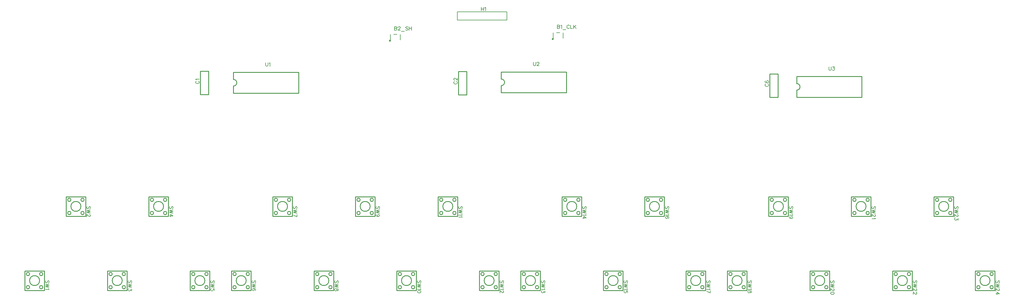
<source format=gto>
G04 Layer: TopSilkscreenLayer*
G04 EasyEDA v6.5.40, 2024-07-25 19:00:12*
G04 cb6e2e9fbd21486d88ae5690d2d3dc00,10*
G04 Gerber Generator version 0.2*
G04 Scale: 100 percent, Rotated: No, Reflected: No *
G04 Dimensions in millimeters *
G04 leading zeros omitted , absolute positions ,4 integer and 5 decimal *
%FSLAX45Y45*%
%MOMM*%

%ADD10C,0.1524*%
%ADD11C,0.2540*%
%ADD12C,0.2032*%
%ADD13C,0.2030*%
%ADD14C,0.3000*%
%ADD15C,0.0134*%

%LPD*%
D10*
X5739937Y4624532D02*
G01*
X5729546Y4619335D01*
X5719155Y4608944D01*
X5713961Y4598555D01*
X5713961Y4577773D01*
X5719155Y4567382D01*
X5729546Y4556991D01*
X5739937Y4551794D01*
X5755525Y4546600D01*
X5781502Y4546600D01*
X5797087Y4551794D01*
X5807478Y4556991D01*
X5817870Y4567382D01*
X5823064Y4577773D01*
X5823064Y4598555D01*
X5817870Y4608944D01*
X5807478Y4619335D01*
X5797087Y4624532D01*
X5734743Y4658822D02*
G01*
X5729546Y4669213D01*
X5713961Y4684798D01*
X5823064Y4684798D01*
X13673206Y4611832D02*
G01*
X13662814Y4606635D01*
X13652423Y4596244D01*
X13647229Y4585855D01*
X13647229Y4565073D01*
X13652423Y4554682D01*
X13662814Y4544291D01*
X13673206Y4539094D01*
X13688794Y4533900D01*
X13714770Y4533900D01*
X13730356Y4539094D01*
X13740747Y4544291D01*
X13751138Y4554682D01*
X13756332Y4565073D01*
X13756332Y4585855D01*
X13751138Y4596244D01*
X13740747Y4606635D01*
X13730356Y4611832D01*
X13673206Y4651316D02*
G01*
X13668011Y4651316D01*
X13657620Y4656513D01*
X13652423Y4661707D01*
X13647229Y4672098D01*
X13647229Y4692881D01*
X13652423Y4703272D01*
X13657620Y4708466D01*
X13668011Y4713663D01*
X13678402Y4713663D01*
X13688794Y4708466D01*
X13704379Y4698075D01*
X13756332Y4646122D01*
X13756332Y4718857D01*
X16827500Y6351015D02*
G01*
X16827500Y6242050D01*
X16827500Y6351015D02*
G01*
X16874236Y6351015D01*
X16889729Y6345936D01*
X16895063Y6340602D01*
X16900143Y6330187D01*
X16900143Y6319773D01*
X16895063Y6309360D01*
X16889729Y6304279D01*
X16874236Y6299200D01*
X16827500Y6299200D02*
G01*
X16874236Y6299200D01*
X16889729Y6293865D01*
X16895063Y6288786D01*
X16900143Y6278371D01*
X16900143Y6262623D01*
X16895063Y6252210D01*
X16889729Y6247129D01*
X16874236Y6242050D01*
X16827500Y6242050D01*
X16934434Y6330187D02*
G01*
X16944848Y6335521D01*
X16960595Y6351015D01*
X16960595Y6242050D01*
X16994886Y6205473D02*
G01*
X17088358Y6205473D01*
X17200625Y6325107D02*
G01*
X17195291Y6335521D01*
X17184877Y6345936D01*
X17174463Y6351015D01*
X17153890Y6351015D01*
X17143475Y6345936D01*
X17133061Y6335521D01*
X17127727Y6325107D01*
X17122648Y6309360D01*
X17122648Y6283452D01*
X17127727Y6267957D01*
X17133061Y6257544D01*
X17143475Y6247129D01*
X17153890Y6242050D01*
X17174463Y6242050D01*
X17184877Y6247129D01*
X17195291Y6257544D01*
X17200625Y6267957D01*
X17234916Y6351015D02*
G01*
X17234916Y6242050D01*
X17234916Y6242050D02*
G01*
X17297145Y6242050D01*
X17331436Y6351015D02*
G01*
X17331436Y6242050D01*
X17404079Y6351015D02*
G01*
X17331436Y6278371D01*
X17357343Y6304279D02*
G01*
X17404079Y6242050D01*
X11823700Y6300215D02*
G01*
X11823700Y6191250D01*
X11823700Y6300215D02*
G01*
X11870436Y6300215D01*
X11885929Y6295136D01*
X11891263Y6289802D01*
X11896343Y6279387D01*
X11896343Y6268973D01*
X11891263Y6258560D01*
X11885929Y6253479D01*
X11870436Y6248400D01*
X11823700Y6248400D02*
G01*
X11870436Y6248400D01*
X11885929Y6243065D01*
X11891263Y6237986D01*
X11896343Y6227571D01*
X11896343Y6211823D01*
X11891263Y6201410D01*
X11885929Y6196329D01*
X11870436Y6191250D01*
X11823700Y6191250D01*
X11935968Y6274307D02*
G01*
X11935968Y6279387D01*
X11941047Y6289802D01*
X11946381Y6295136D01*
X11956795Y6300215D01*
X11977370Y6300215D01*
X11987784Y6295136D01*
X11993118Y6289802D01*
X11998197Y6279387D01*
X11998197Y6268973D01*
X11993118Y6258560D01*
X11982704Y6243065D01*
X11930634Y6191250D01*
X12003531Y6191250D01*
X12037822Y6154673D02*
G01*
X12131293Y6154673D01*
X12238227Y6284721D02*
G01*
X12227813Y6295136D01*
X12212320Y6300215D01*
X12191491Y6300215D01*
X12175997Y6295136D01*
X12165584Y6284721D01*
X12165584Y6274307D01*
X12170663Y6263894D01*
X12175997Y6258560D01*
X12186411Y6253479D01*
X12217400Y6243065D01*
X12227813Y6237986D01*
X12233147Y6232652D01*
X12238227Y6222237D01*
X12238227Y6206744D01*
X12227813Y6196329D01*
X12212320Y6191250D01*
X12191491Y6191250D01*
X12175997Y6196329D01*
X12165584Y6206744D01*
X12272518Y6300215D02*
G01*
X12272518Y6191250D01*
X12345415Y6300215D02*
G01*
X12345415Y6191250D01*
X12272518Y6248400D02*
G01*
X12345415Y6248400D01*
X14490700Y6897115D02*
G01*
X14490700Y6788150D01*
X14563343Y6897115D02*
G01*
X14563343Y6788150D01*
X14490700Y6845300D02*
G01*
X14563343Y6845300D01*
X14597634Y6876287D02*
G01*
X14608047Y6881621D01*
X14623795Y6897115D01*
X14623795Y6788150D01*
X10082009Y-1596644D02*
G01*
X10092423Y-1586229D01*
X10097503Y-1570736D01*
X10097503Y-1549907D01*
X10092423Y-1534413D01*
X10082009Y-1524000D01*
X10071595Y-1524000D01*
X10061181Y-1529079D01*
X10055847Y-1534413D01*
X10050767Y-1544828D01*
X10040353Y-1576070D01*
X10035273Y-1586229D01*
X10029939Y-1591563D01*
X10019525Y-1596644D01*
X10004031Y-1596644D01*
X9993617Y-1586229D01*
X9988537Y-1570736D01*
X9988537Y-1549907D01*
X9993617Y-1534413D01*
X10004031Y-1524000D01*
X10097503Y-1630934D02*
G01*
X9988537Y-1657095D01*
X10097503Y-1683004D02*
G01*
X9988537Y-1657095D01*
X10097503Y-1683004D02*
G01*
X9988537Y-1708912D01*
X10097503Y-1734820D02*
G01*
X9988537Y-1708912D01*
X10097503Y-1795271D02*
G01*
X10092423Y-1779523D01*
X10082009Y-1774444D01*
X10071595Y-1774444D01*
X10061181Y-1779523D01*
X10055847Y-1789937D01*
X10050767Y-1810765D01*
X10045687Y-1826260D01*
X10035273Y-1836673D01*
X10024859Y-1842007D01*
X10009111Y-1842007D01*
X9998697Y-1836673D01*
X9993617Y-1831594D01*
X9988537Y-1816100D01*
X9988537Y-1795271D01*
X9993617Y-1779523D01*
X9998697Y-1774444D01*
X10009111Y-1769110D01*
X10024859Y-1769110D01*
X10035273Y-1774444D01*
X10045687Y-1784857D01*
X10050767Y-1800352D01*
X10055847Y-1821179D01*
X10061181Y-1831594D01*
X10071595Y-1836673D01*
X10082009Y-1836673D01*
X10092423Y-1831594D01*
X10097503Y-1816100D01*
X10097503Y-1795271D01*
X11352009Y689355D02*
G01*
X11362423Y699770D01*
X11367503Y715263D01*
X11367503Y736092D01*
X11362423Y751586D01*
X11352009Y762000D01*
X11341595Y762000D01*
X11331181Y756920D01*
X11325847Y751586D01*
X11320767Y741171D01*
X11310353Y709929D01*
X11305273Y699770D01*
X11299939Y694436D01*
X11289525Y689355D01*
X11274031Y689355D01*
X11263617Y699770D01*
X11258537Y715263D01*
X11258537Y736092D01*
X11263617Y751586D01*
X11274031Y762000D01*
X11367503Y655065D02*
G01*
X11258537Y628904D01*
X11367503Y602995D02*
G01*
X11258537Y628904D01*
X11367503Y602995D02*
G01*
X11258537Y577087D01*
X11367503Y551179D02*
G01*
X11258537Y577087D01*
X11331181Y449326D02*
G01*
X11315687Y454405D01*
X11305273Y464820D01*
X11299939Y480313D01*
X11299939Y485647D01*
X11305273Y501142D01*
X11315687Y511555D01*
X11331181Y516889D01*
X11336261Y516889D01*
X11352009Y511555D01*
X11362423Y501142D01*
X11367503Y485647D01*
X11367503Y480313D01*
X11362423Y464820D01*
X11352009Y454405D01*
X11331181Y449326D01*
X11305273Y449326D01*
X11279111Y454405D01*
X11263617Y464820D01*
X11258537Y480313D01*
X11258537Y490728D01*
X11263617Y506476D01*
X11274031Y511555D01*
X12622009Y-1596644D02*
G01*
X12632423Y-1586229D01*
X12637503Y-1570736D01*
X12637503Y-1549907D01*
X12632423Y-1534413D01*
X12622009Y-1524000D01*
X12611595Y-1524000D01*
X12601181Y-1529079D01*
X12595847Y-1534413D01*
X12590767Y-1544828D01*
X12580353Y-1576070D01*
X12575273Y-1586229D01*
X12569939Y-1591563D01*
X12559525Y-1596644D01*
X12544031Y-1596644D01*
X12533617Y-1586229D01*
X12528537Y-1570736D01*
X12528537Y-1549907D01*
X12533617Y-1534413D01*
X12544031Y-1524000D01*
X12637503Y-1630934D02*
G01*
X12528537Y-1657095D01*
X12637503Y-1683004D02*
G01*
X12528537Y-1657095D01*
X12637503Y-1683004D02*
G01*
X12528537Y-1708912D01*
X12637503Y-1734820D02*
G01*
X12528537Y-1708912D01*
X12616675Y-1769110D02*
G01*
X12622009Y-1779523D01*
X12637503Y-1795271D01*
X12528537Y-1795271D01*
X12637503Y-1860550D02*
G01*
X12632423Y-1845055D01*
X12616675Y-1834642D01*
X12590767Y-1829562D01*
X12575273Y-1829562D01*
X12549111Y-1834642D01*
X12533617Y-1845055D01*
X12528537Y-1860550D01*
X12528537Y-1870963D01*
X12533617Y-1886712D01*
X12549111Y-1897126D01*
X12575273Y-1902205D01*
X12590767Y-1902205D01*
X12616675Y-1897126D01*
X12632423Y-1886712D01*
X12637503Y-1870963D01*
X12637503Y-1860550D01*
X13892009Y689355D02*
G01*
X13902423Y699770D01*
X13907503Y715263D01*
X13907503Y736092D01*
X13902423Y751586D01*
X13892009Y762000D01*
X13881595Y762000D01*
X13871181Y756920D01*
X13865847Y751586D01*
X13860767Y741171D01*
X13850353Y709929D01*
X13845273Y699770D01*
X13839939Y694436D01*
X13829525Y689355D01*
X13814031Y689355D01*
X13803617Y699770D01*
X13798537Y715263D01*
X13798537Y736092D01*
X13803617Y751586D01*
X13814031Y762000D01*
X13907503Y655065D02*
G01*
X13798537Y628904D01*
X13907503Y602995D02*
G01*
X13798537Y628904D01*
X13907503Y602995D02*
G01*
X13798537Y577087D01*
X13907503Y551179D02*
G01*
X13798537Y577087D01*
X13886675Y516889D02*
G01*
X13892009Y506476D01*
X13907503Y490728D01*
X13798537Y490728D01*
X13886675Y456437D02*
G01*
X13892009Y446023D01*
X13907503Y430529D01*
X13798537Y430529D01*
X15162009Y-1596644D02*
G01*
X15172423Y-1586229D01*
X15177503Y-1570736D01*
X15177503Y-1549907D01*
X15172423Y-1534413D01*
X15162009Y-1524000D01*
X15151595Y-1524000D01*
X15141181Y-1529079D01*
X15135847Y-1534413D01*
X15130767Y-1544828D01*
X15120353Y-1576070D01*
X15115273Y-1586229D01*
X15109939Y-1591563D01*
X15099525Y-1596644D01*
X15084031Y-1596644D01*
X15073617Y-1586229D01*
X15068537Y-1570736D01*
X15068537Y-1549907D01*
X15073617Y-1534413D01*
X15084031Y-1524000D01*
X15177503Y-1630934D02*
G01*
X15068537Y-1657095D01*
X15177503Y-1683004D02*
G01*
X15068537Y-1657095D01*
X15177503Y-1683004D02*
G01*
X15068537Y-1708912D01*
X15177503Y-1734820D02*
G01*
X15068537Y-1708912D01*
X15156675Y-1769110D02*
G01*
X15162009Y-1779523D01*
X15177503Y-1795271D01*
X15068537Y-1795271D01*
X15151595Y-1834642D02*
G01*
X15156675Y-1834642D01*
X15167089Y-1839976D01*
X15172423Y-1845055D01*
X15177503Y-1855470D01*
X15177503Y-1876297D01*
X15172423Y-1886712D01*
X15167089Y-1891792D01*
X15156675Y-1897126D01*
X15146261Y-1897126D01*
X15135847Y-1891792D01*
X15120353Y-1881378D01*
X15068537Y-1829562D01*
X15068537Y-1902205D01*
X16432009Y-1596644D02*
G01*
X16442423Y-1586229D01*
X16447503Y-1570736D01*
X16447503Y-1549907D01*
X16442423Y-1534413D01*
X16432009Y-1524000D01*
X16421595Y-1524000D01*
X16411181Y-1529079D01*
X16405847Y-1534413D01*
X16400767Y-1544828D01*
X16390353Y-1576070D01*
X16385273Y-1586229D01*
X16379939Y-1591563D01*
X16369525Y-1596644D01*
X16354031Y-1596644D01*
X16343617Y-1586229D01*
X16338537Y-1570736D01*
X16338537Y-1549907D01*
X16343617Y-1534413D01*
X16354031Y-1524000D01*
X16447503Y-1630934D02*
G01*
X16338537Y-1657095D01*
X16447503Y-1683004D02*
G01*
X16338537Y-1657095D01*
X16447503Y-1683004D02*
G01*
X16338537Y-1708912D01*
X16447503Y-1734820D02*
G01*
X16338537Y-1708912D01*
X16426675Y-1769110D02*
G01*
X16432009Y-1779523D01*
X16447503Y-1795271D01*
X16338537Y-1795271D01*
X16447503Y-1839976D02*
G01*
X16447503Y-1897126D01*
X16405847Y-1865884D01*
X16405847Y-1881378D01*
X16400767Y-1891792D01*
X16395687Y-1897126D01*
X16379939Y-1902205D01*
X16369525Y-1902205D01*
X16354031Y-1897126D01*
X16343617Y-1886712D01*
X16338537Y-1870963D01*
X16338537Y-1855470D01*
X16343617Y-1839976D01*
X16348697Y-1834642D01*
X16359111Y-1829562D01*
X17702009Y689355D02*
G01*
X17712423Y699770D01*
X17717503Y715263D01*
X17717503Y736092D01*
X17712423Y751586D01*
X17702009Y762000D01*
X17691595Y762000D01*
X17681181Y756920D01*
X17675847Y751586D01*
X17670767Y741171D01*
X17660353Y709929D01*
X17655273Y699770D01*
X17649939Y694436D01*
X17639525Y689355D01*
X17624031Y689355D01*
X17613617Y699770D01*
X17608537Y715263D01*
X17608537Y736092D01*
X17613617Y751586D01*
X17624031Y762000D01*
X17717503Y655065D02*
G01*
X17608537Y628904D01*
X17717503Y602995D02*
G01*
X17608537Y628904D01*
X17717503Y602995D02*
G01*
X17608537Y577087D01*
X17717503Y551179D02*
G01*
X17608537Y577087D01*
X17696675Y516889D02*
G01*
X17702009Y506476D01*
X17717503Y490728D01*
X17608537Y490728D01*
X17717503Y404621D02*
G01*
X17644859Y456437D01*
X17644859Y378460D01*
X17717503Y404621D02*
G01*
X17608537Y404621D01*
X18972009Y-1596644D02*
G01*
X18982423Y-1586229D01*
X18987503Y-1570736D01*
X18987503Y-1549907D01*
X18982423Y-1534413D01*
X18972009Y-1524000D01*
X18961595Y-1524000D01*
X18951181Y-1529079D01*
X18945847Y-1534413D01*
X18940767Y-1544828D01*
X18930353Y-1576070D01*
X18925273Y-1586229D01*
X18919939Y-1591563D01*
X18909525Y-1596644D01*
X18894031Y-1596644D01*
X18883617Y-1586229D01*
X18878537Y-1570736D01*
X18878537Y-1549907D01*
X18883617Y-1534413D01*
X18894031Y-1524000D01*
X18987503Y-1630934D02*
G01*
X18878537Y-1657095D01*
X18987503Y-1683004D02*
G01*
X18878537Y-1657095D01*
X18987503Y-1683004D02*
G01*
X18878537Y-1708912D01*
X18987503Y-1734820D02*
G01*
X18878537Y-1708912D01*
X18966675Y-1769110D02*
G01*
X18972009Y-1779523D01*
X18987503Y-1795271D01*
X18878537Y-1795271D01*
X18987503Y-1891792D02*
G01*
X18987503Y-1839976D01*
X18940767Y-1834642D01*
X18945847Y-1839976D01*
X18951181Y-1855470D01*
X18951181Y-1870963D01*
X18945847Y-1886712D01*
X18935687Y-1897126D01*
X18919939Y-1902205D01*
X18909525Y-1902205D01*
X18894031Y-1897126D01*
X18883617Y-1886712D01*
X18878537Y-1870963D01*
X18878537Y-1855470D01*
X18883617Y-1839976D01*
X18888697Y-1834642D01*
X18899111Y-1829562D01*
X20242009Y689355D02*
G01*
X20252423Y699770D01*
X20257503Y715263D01*
X20257503Y736092D01*
X20252423Y751586D01*
X20242009Y762000D01*
X20231595Y762000D01*
X20221181Y756920D01*
X20215847Y751586D01*
X20210767Y741171D01*
X20200353Y709929D01*
X20195273Y699770D01*
X20189939Y694436D01*
X20179525Y689355D01*
X20164031Y689355D01*
X20153617Y699770D01*
X20148537Y715263D01*
X20148537Y736092D01*
X20153617Y751586D01*
X20164031Y762000D01*
X20257503Y655065D02*
G01*
X20148537Y628904D01*
X20257503Y602995D02*
G01*
X20148537Y628904D01*
X20257503Y602995D02*
G01*
X20148537Y577087D01*
X20257503Y551179D02*
G01*
X20148537Y577087D01*
X20236675Y516889D02*
G01*
X20242009Y506476D01*
X20257503Y490728D01*
X20148537Y490728D01*
X20242009Y394207D02*
G01*
X20252423Y399287D01*
X20257503Y415036D01*
X20257503Y425450D01*
X20252423Y440944D01*
X20236675Y451357D01*
X20210767Y456437D01*
X20184859Y456437D01*
X20164031Y451357D01*
X20153617Y440944D01*
X20148537Y425450D01*
X20148537Y420115D01*
X20153617Y404621D01*
X20164031Y394207D01*
X20179525Y388873D01*
X20184859Y388873D01*
X20200353Y394207D01*
X20210767Y404621D01*
X20215847Y420115D01*
X20215847Y425450D01*
X20210767Y440944D01*
X20200353Y451357D01*
X20184859Y456437D01*
X21512009Y-1596644D02*
G01*
X21522423Y-1586229D01*
X21527503Y-1570736D01*
X21527503Y-1549907D01*
X21522423Y-1534413D01*
X21512009Y-1524000D01*
X21501595Y-1524000D01*
X21491181Y-1529079D01*
X21485847Y-1534413D01*
X21480767Y-1544828D01*
X21470353Y-1576070D01*
X21465273Y-1586229D01*
X21459939Y-1591563D01*
X21449525Y-1596644D01*
X21434031Y-1596644D01*
X21423617Y-1586229D01*
X21418537Y-1570736D01*
X21418537Y-1549907D01*
X21423617Y-1534413D01*
X21434031Y-1524000D01*
X21527503Y-1630934D02*
G01*
X21418537Y-1657095D01*
X21527503Y-1683004D02*
G01*
X21418537Y-1657095D01*
X21527503Y-1683004D02*
G01*
X21418537Y-1708912D01*
X21527503Y-1734820D02*
G01*
X21418537Y-1708912D01*
X21506675Y-1769110D02*
G01*
X21512009Y-1779523D01*
X21527503Y-1795271D01*
X21418537Y-1795271D01*
X21527503Y-1902205D02*
G01*
X21418537Y-1850389D01*
X21527503Y-1829562D02*
G01*
X21527503Y-1902205D01*
X22782009Y-1596644D02*
G01*
X22792423Y-1586229D01*
X22797503Y-1570736D01*
X22797503Y-1549907D01*
X22792423Y-1534413D01*
X22782009Y-1524000D01*
X22771595Y-1524000D01*
X22761181Y-1529079D01*
X22755847Y-1534413D01*
X22750767Y-1544828D01*
X22740353Y-1576070D01*
X22735273Y-1586229D01*
X22729939Y-1591563D01*
X22719525Y-1596644D01*
X22704031Y-1596644D01*
X22693617Y-1586229D01*
X22688537Y-1570736D01*
X22688537Y-1549907D01*
X22693617Y-1534413D01*
X22704031Y-1524000D01*
X22797503Y-1630934D02*
G01*
X22688537Y-1657095D01*
X22797503Y-1683004D02*
G01*
X22688537Y-1657095D01*
X22797503Y-1683004D02*
G01*
X22688537Y-1708912D01*
X22797503Y-1734820D02*
G01*
X22688537Y-1708912D01*
X22776675Y-1769110D02*
G01*
X22782009Y-1779523D01*
X22797503Y-1795271D01*
X22688537Y-1795271D01*
X22797503Y-1855470D02*
G01*
X22792423Y-1839976D01*
X22782009Y-1834642D01*
X22771595Y-1834642D01*
X22761181Y-1839976D01*
X22755847Y-1850389D01*
X22750767Y-1870963D01*
X22745687Y-1886712D01*
X22735273Y-1897126D01*
X22724859Y-1902205D01*
X22709111Y-1902205D01*
X22698697Y-1897126D01*
X22693617Y-1891792D01*
X22688537Y-1876297D01*
X22688537Y-1855470D01*
X22693617Y-1839976D01*
X22698697Y-1834642D01*
X22709111Y-1829562D01*
X22724859Y-1829562D01*
X22735273Y-1834642D01*
X22745687Y-1845055D01*
X22750767Y-1860550D01*
X22755847Y-1881378D01*
X22761181Y-1891792D01*
X22771595Y-1897126D01*
X22782009Y-1897126D01*
X22792423Y-1891792D01*
X22797503Y-1876297D01*
X22797503Y-1855470D01*
X24052009Y689355D02*
G01*
X24062423Y699770D01*
X24067503Y715263D01*
X24067503Y736092D01*
X24062423Y751586D01*
X24052009Y762000D01*
X24041595Y762000D01*
X24031181Y756920D01*
X24025847Y751586D01*
X24020767Y741171D01*
X24010353Y709929D01*
X24005273Y699770D01*
X23999939Y694436D01*
X23989525Y689355D01*
X23974031Y689355D01*
X23963617Y699770D01*
X23958537Y715263D01*
X23958537Y736092D01*
X23963617Y751586D01*
X23974031Y762000D01*
X24067503Y655065D02*
G01*
X23958537Y628904D01*
X24067503Y602995D02*
G01*
X23958537Y628904D01*
X24067503Y602995D02*
G01*
X23958537Y577087D01*
X24067503Y551179D02*
G01*
X23958537Y577087D01*
X24046675Y516889D02*
G01*
X24052009Y506476D01*
X24067503Y490728D01*
X23958537Y490728D01*
X24031181Y388873D02*
G01*
X24015687Y394207D01*
X24005273Y404621D01*
X23999939Y420115D01*
X23999939Y425450D01*
X24005273Y440944D01*
X24015687Y451357D01*
X24031181Y456437D01*
X24036261Y456437D01*
X24052009Y451357D01*
X24062423Y440944D01*
X24067503Y425450D01*
X24067503Y420115D01*
X24062423Y404621D01*
X24052009Y394207D01*
X24031181Y388873D01*
X24005273Y388873D01*
X23979111Y394207D01*
X23963617Y404621D01*
X23958537Y420115D01*
X23958537Y430529D01*
X23963617Y446023D01*
X23974031Y451357D01*
X25322009Y-1596644D02*
G01*
X25332423Y-1586229D01*
X25337503Y-1570736D01*
X25337503Y-1549907D01*
X25332423Y-1534413D01*
X25322009Y-1524000D01*
X25311595Y-1524000D01*
X25301181Y-1529079D01*
X25295847Y-1534413D01*
X25290767Y-1544828D01*
X25280353Y-1576070D01*
X25275273Y-1586229D01*
X25269939Y-1591563D01*
X25259525Y-1596644D01*
X25244031Y-1596644D01*
X25233617Y-1586229D01*
X25228537Y-1570736D01*
X25228537Y-1549907D01*
X25233617Y-1534413D01*
X25244031Y-1524000D01*
X25337503Y-1630934D02*
G01*
X25228537Y-1657095D01*
X25337503Y-1683004D02*
G01*
X25228537Y-1657095D01*
X25337503Y-1683004D02*
G01*
X25228537Y-1708912D01*
X25337503Y-1734820D02*
G01*
X25228537Y-1708912D01*
X25311595Y-1774444D02*
G01*
X25316675Y-1774444D01*
X25327089Y-1779523D01*
X25332423Y-1784857D01*
X25337503Y-1795271D01*
X25337503Y-1816100D01*
X25332423Y-1826260D01*
X25327089Y-1831594D01*
X25316675Y-1836673D01*
X25306261Y-1836673D01*
X25295847Y-1831594D01*
X25280353Y-1821179D01*
X25228537Y-1769110D01*
X25228537Y-1842007D01*
X25337503Y-1907539D02*
G01*
X25332423Y-1891792D01*
X25316675Y-1881378D01*
X25290767Y-1876297D01*
X25275273Y-1876297D01*
X25249111Y-1881378D01*
X25233617Y-1891792D01*
X25228537Y-1907539D01*
X25228537Y-1917700D01*
X25233617Y-1933447D01*
X25249111Y-1943862D01*
X25275273Y-1948942D01*
X25290767Y-1948942D01*
X25316675Y-1943862D01*
X25332423Y-1933447D01*
X25337503Y-1917700D01*
X25337503Y-1907539D01*
X26592009Y689355D02*
G01*
X26602423Y699770D01*
X26607503Y715263D01*
X26607503Y736092D01*
X26602423Y751586D01*
X26592009Y762000D01*
X26581595Y762000D01*
X26571181Y756920D01*
X26565847Y751586D01*
X26560767Y741171D01*
X26550353Y709929D01*
X26545273Y699770D01*
X26539939Y694436D01*
X26529525Y689355D01*
X26514031Y689355D01*
X26503617Y699770D01*
X26498537Y715263D01*
X26498537Y736092D01*
X26503617Y751586D01*
X26514031Y762000D01*
X26607503Y655065D02*
G01*
X26498537Y628904D01*
X26607503Y602995D02*
G01*
X26498537Y628904D01*
X26607503Y602995D02*
G01*
X26498537Y577087D01*
X26607503Y551179D02*
G01*
X26498537Y577087D01*
X26581595Y511555D02*
G01*
X26586675Y511555D01*
X26597089Y506476D01*
X26602423Y501142D01*
X26607503Y490728D01*
X26607503Y469900D01*
X26602423Y459739D01*
X26597089Y454405D01*
X26586675Y449326D01*
X26576261Y449326D01*
X26565847Y454405D01*
X26550353Y464820D01*
X26498537Y516889D01*
X26498537Y443992D01*
X26586675Y409702D02*
G01*
X26592009Y399287D01*
X26607503Y383794D01*
X26498537Y383794D01*
X27862009Y-1596644D02*
G01*
X27872423Y-1586229D01*
X27877503Y-1570736D01*
X27877503Y-1549907D01*
X27872423Y-1534413D01*
X27862009Y-1524000D01*
X27851595Y-1524000D01*
X27841181Y-1529079D01*
X27835847Y-1534413D01*
X27830767Y-1544828D01*
X27820353Y-1576070D01*
X27815273Y-1586229D01*
X27809939Y-1591563D01*
X27799525Y-1596644D01*
X27784031Y-1596644D01*
X27773617Y-1586229D01*
X27768537Y-1570736D01*
X27768537Y-1549907D01*
X27773617Y-1534413D01*
X27784031Y-1524000D01*
X27877503Y-1630934D02*
G01*
X27768537Y-1657095D01*
X27877503Y-1683004D02*
G01*
X27768537Y-1657095D01*
X27877503Y-1683004D02*
G01*
X27768537Y-1708912D01*
X27877503Y-1734820D02*
G01*
X27768537Y-1708912D01*
X27851595Y-1774444D02*
G01*
X27856675Y-1774444D01*
X27867089Y-1779523D01*
X27872423Y-1784857D01*
X27877503Y-1795271D01*
X27877503Y-1816100D01*
X27872423Y-1826260D01*
X27867089Y-1831594D01*
X27856675Y-1836673D01*
X27846261Y-1836673D01*
X27835847Y-1831594D01*
X27820353Y-1821179D01*
X27768537Y-1769110D01*
X27768537Y-1842007D01*
X27851595Y-1881378D02*
G01*
X27856675Y-1881378D01*
X27867089Y-1886712D01*
X27872423Y-1891792D01*
X27877503Y-1902205D01*
X27877503Y-1923034D01*
X27872423Y-1933447D01*
X27867089Y-1938528D01*
X27856675Y-1943862D01*
X27846261Y-1943862D01*
X27835847Y-1938528D01*
X27820353Y-1928113D01*
X27768537Y-1876297D01*
X27768537Y-1948942D01*
X29132009Y689355D02*
G01*
X29142423Y699770D01*
X29147503Y715263D01*
X29147503Y736092D01*
X29142423Y751586D01*
X29132009Y762000D01*
X29121595Y762000D01*
X29111181Y756920D01*
X29105847Y751586D01*
X29100767Y741171D01*
X29090353Y709929D01*
X29085273Y699770D01*
X29079939Y694436D01*
X29069525Y689355D01*
X29054031Y689355D01*
X29043617Y699770D01*
X29038537Y715263D01*
X29038537Y736092D01*
X29043617Y751586D01*
X29054031Y762000D01*
X29147503Y655065D02*
G01*
X29038537Y628904D01*
X29147503Y602995D02*
G01*
X29038537Y628904D01*
X29147503Y602995D02*
G01*
X29038537Y577087D01*
X29147503Y551179D02*
G01*
X29038537Y577087D01*
X29121595Y511555D02*
G01*
X29126675Y511555D01*
X29137089Y506476D01*
X29142423Y501142D01*
X29147503Y490728D01*
X29147503Y469900D01*
X29142423Y459739D01*
X29137089Y454405D01*
X29126675Y449326D01*
X29116261Y449326D01*
X29105847Y454405D01*
X29090353Y464820D01*
X29038537Y516889D01*
X29038537Y443992D01*
X29147503Y399287D02*
G01*
X29147503Y342137D01*
X29105847Y373379D01*
X29105847Y357886D01*
X29100767Y347471D01*
X29095687Y342137D01*
X29079939Y337057D01*
X29069525Y337057D01*
X29054031Y342137D01*
X29043617Y352552D01*
X29038537Y368300D01*
X29038537Y383794D01*
X29043617Y399287D01*
X29048697Y404621D01*
X29059111Y409702D01*
X30402009Y-1596644D02*
G01*
X30412423Y-1586229D01*
X30417503Y-1570736D01*
X30417503Y-1549907D01*
X30412423Y-1534413D01*
X30402009Y-1524000D01*
X30391595Y-1524000D01*
X30381181Y-1529079D01*
X30375847Y-1534413D01*
X30370767Y-1544828D01*
X30360353Y-1576070D01*
X30355273Y-1586229D01*
X30349939Y-1591563D01*
X30339525Y-1596644D01*
X30324031Y-1596644D01*
X30313617Y-1586229D01*
X30308537Y-1570736D01*
X30308537Y-1549907D01*
X30313617Y-1534413D01*
X30324031Y-1524000D01*
X30417503Y-1630934D02*
G01*
X30308537Y-1657095D01*
X30417503Y-1683004D02*
G01*
X30308537Y-1657095D01*
X30417503Y-1683004D02*
G01*
X30308537Y-1708912D01*
X30417503Y-1734820D02*
G01*
X30308537Y-1708912D01*
X30391595Y-1774444D02*
G01*
X30396675Y-1774444D01*
X30407089Y-1779523D01*
X30412423Y-1784857D01*
X30417503Y-1795271D01*
X30417503Y-1816100D01*
X30412423Y-1826260D01*
X30407089Y-1831594D01*
X30396675Y-1836673D01*
X30386261Y-1836673D01*
X30375847Y-1831594D01*
X30360353Y-1821179D01*
X30308537Y-1769110D01*
X30308537Y-1842007D01*
X30417503Y-1928113D02*
G01*
X30344859Y-1876297D01*
X30344859Y-1954276D01*
X30417503Y-1928113D02*
G01*
X30308537Y-1928113D01*
X1192009Y-1596669D02*
G01*
X1202423Y-1586255D01*
X1207503Y-1570761D01*
X1207503Y-1549933D01*
X1202423Y-1534439D01*
X1192009Y-1524025D01*
X1181595Y-1524025D01*
X1171181Y-1529105D01*
X1165847Y-1534439D01*
X1160767Y-1544853D01*
X1150353Y-1575841D01*
X1145273Y-1586255D01*
X1139939Y-1591589D01*
X1129525Y-1596669D01*
X1114031Y-1596669D01*
X1103617Y-1586255D01*
X1098537Y-1570761D01*
X1098537Y-1549933D01*
X1103617Y-1534439D01*
X1114031Y-1524025D01*
X1207503Y-1630959D02*
G01*
X1098537Y-1657121D01*
X1207503Y-1683029D02*
G01*
X1098537Y-1657121D01*
X1207503Y-1683029D02*
G01*
X1098537Y-1708937D01*
X1207503Y-1734845D02*
G01*
X1098537Y-1708937D01*
X1186675Y-1769135D02*
G01*
X1192009Y-1779549D01*
X1207503Y-1795297D01*
X1098537Y-1795297D01*
X2462009Y689355D02*
G01*
X2472423Y699770D01*
X2477503Y715263D01*
X2477503Y736092D01*
X2472423Y751586D01*
X2462009Y762000D01*
X2451595Y762000D01*
X2441181Y756920D01*
X2435847Y751586D01*
X2430767Y741171D01*
X2420353Y709929D01*
X2415273Y699770D01*
X2409939Y694436D01*
X2399525Y689355D01*
X2384031Y689355D01*
X2373617Y699770D01*
X2368283Y715263D01*
X2368283Y736092D01*
X2373617Y751586D01*
X2384031Y762000D01*
X2477503Y655065D02*
G01*
X2368283Y628904D01*
X2477503Y602995D02*
G01*
X2368283Y628904D01*
X2477503Y602995D02*
G01*
X2368283Y577087D01*
X2477503Y551179D02*
G01*
X2368283Y577087D01*
X2451595Y511555D02*
G01*
X2456675Y511555D01*
X2467089Y506476D01*
X2472423Y501142D01*
X2477503Y490728D01*
X2477503Y469900D01*
X2472423Y459739D01*
X2467089Y454405D01*
X2456675Y449326D01*
X2446261Y449326D01*
X2435847Y454405D01*
X2420353Y464820D01*
X2368283Y516889D01*
X2368283Y443992D01*
X3732009Y-1596644D02*
G01*
X3742423Y-1586229D01*
X3747503Y-1570736D01*
X3747503Y-1549907D01*
X3742423Y-1534413D01*
X3732009Y-1524000D01*
X3721595Y-1524000D01*
X3711181Y-1529079D01*
X3705847Y-1534413D01*
X3700767Y-1544828D01*
X3690353Y-1576070D01*
X3685273Y-1586229D01*
X3679939Y-1591563D01*
X3669525Y-1596644D01*
X3654031Y-1596644D01*
X3643617Y-1586229D01*
X3638283Y-1570736D01*
X3638283Y-1549907D01*
X3643617Y-1534413D01*
X3654031Y-1524000D01*
X3747503Y-1630934D02*
G01*
X3638283Y-1657095D01*
X3747503Y-1683004D02*
G01*
X3638283Y-1657095D01*
X3747503Y-1683004D02*
G01*
X3638283Y-1708912D01*
X3747503Y-1734820D02*
G01*
X3638283Y-1708912D01*
X3747503Y-1779523D02*
G01*
X3747503Y-1836673D01*
X3705847Y-1805686D01*
X3705847Y-1821179D01*
X3700767Y-1831594D01*
X3695433Y-1836673D01*
X3679939Y-1842007D01*
X3669525Y-1842007D01*
X3654031Y-1836673D01*
X3643617Y-1826260D01*
X3638283Y-1810765D01*
X3638283Y-1795271D01*
X3643617Y-1779523D01*
X3648697Y-1774444D01*
X3659111Y-1769110D01*
X5002009Y689355D02*
G01*
X5012423Y699770D01*
X5017503Y715263D01*
X5017503Y736092D01*
X5012423Y751586D01*
X5002009Y762000D01*
X4991595Y762000D01*
X4981181Y756920D01*
X4975847Y751586D01*
X4970767Y741171D01*
X4960353Y709929D01*
X4955273Y699770D01*
X4949939Y694436D01*
X4939525Y689355D01*
X4924031Y689355D01*
X4913617Y699770D01*
X4908283Y715263D01*
X4908283Y736092D01*
X4913617Y751586D01*
X4924031Y762000D01*
X5017503Y655065D02*
G01*
X4908283Y628904D01*
X5017503Y602995D02*
G01*
X4908283Y628904D01*
X5017503Y602995D02*
G01*
X4908283Y577087D01*
X5017503Y551179D02*
G01*
X4908283Y577087D01*
X5017503Y464820D02*
G01*
X4944859Y516889D01*
X4944859Y438912D01*
X5017503Y464820D02*
G01*
X4908283Y464820D01*
X6272009Y-1596644D02*
G01*
X6282423Y-1586229D01*
X6287503Y-1570736D01*
X6287503Y-1549907D01*
X6282423Y-1534413D01*
X6272009Y-1524000D01*
X6261595Y-1524000D01*
X6251181Y-1529079D01*
X6245847Y-1534413D01*
X6240767Y-1544828D01*
X6230353Y-1576070D01*
X6225273Y-1586229D01*
X6219939Y-1591563D01*
X6209525Y-1596644D01*
X6194031Y-1596644D01*
X6183617Y-1586229D01*
X6178283Y-1570736D01*
X6178283Y-1549907D01*
X6183617Y-1534413D01*
X6194031Y-1524000D01*
X6287503Y-1630934D02*
G01*
X6178283Y-1657095D01*
X6287503Y-1683004D02*
G01*
X6178283Y-1657095D01*
X6287503Y-1683004D02*
G01*
X6178283Y-1708912D01*
X6287503Y-1734820D02*
G01*
X6178283Y-1708912D01*
X6287503Y-1831594D02*
G01*
X6287503Y-1779523D01*
X6240767Y-1774444D01*
X6245847Y-1779523D01*
X6251181Y-1795271D01*
X6251181Y-1810765D01*
X6245847Y-1826260D01*
X6235433Y-1836673D01*
X6219939Y-1842007D01*
X6209525Y-1842007D01*
X6194031Y-1836673D01*
X6183617Y-1826260D01*
X6178283Y-1810765D01*
X6178283Y-1795271D01*
X6183617Y-1779523D01*
X6188697Y-1774444D01*
X6199111Y-1769110D01*
X7542009Y-1596644D02*
G01*
X7552423Y-1586229D01*
X7557503Y-1570736D01*
X7557503Y-1549907D01*
X7552423Y-1534413D01*
X7542009Y-1524000D01*
X7531595Y-1524000D01*
X7521181Y-1529079D01*
X7515847Y-1534413D01*
X7510767Y-1544828D01*
X7500353Y-1576070D01*
X7495273Y-1586229D01*
X7489939Y-1591563D01*
X7479525Y-1596644D01*
X7464031Y-1596644D01*
X7453617Y-1586229D01*
X7448283Y-1570736D01*
X7448283Y-1549907D01*
X7453617Y-1534413D01*
X7464031Y-1524000D01*
X7557503Y-1630934D02*
G01*
X7448283Y-1657095D01*
X7557503Y-1683004D02*
G01*
X7448283Y-1657095D01*
X7557503Y-1683004D02*
G01*
X7448283Y-1708912D01*
X7557503Y-1734820D02*
G01*
X7448283Y-1708912D01*
X7542009Y-1831594D02*
G01*
X7552423Y-1826260D01*
X7557503Y-1810765D01*
X7557503Y-1800352D01*
X7552423Y-1784857D01*
X7536675Y-1774444D01*
X7510767Y-1769110D01*
X7484859Y-1769110D01*
X7464031Y-1774444D01*
X7453617Y-1784857D01*
X7448283Y-1800352D01*
X7448283Y-1805686D01*
X7453617Y-1821179D01*
X7464031Y-1831594D01*
X7479525Y-1836673D01*
X7484859Y-1836673D01*
X7500353Y-1831594D01*
X7510767Y-1821179D01*
X7515847Y-1805686D01*
X7515847Y-1800352D01*
X7510767Y-1784857D01*
X7500353Y-1774444D01*
X7484859Y-1769110D01*
X8812009Y689355D02*
G01*
X8822423Y699770D01*
X8827503Y715263D01*
X8827503Y736092D01*
X8822423Y751586D01*
X8812009Y762000D01*
X8801595Y762000D01*
X8791181Y756920D01*
X8785847Y751586D01*
X8780767Y741171D01*
X8770353Y709929D01*
X8765273Y699770D01*
X8759939Y694436D01*
X8749525Y689355D01*
X8734031Y689355D01*
X8723617Y699770D01*
X8718283Y715263D01*
X8718283Y736092D01*
X8723617Y751586D01*
X8734031Y762000D01*
X8827503Y655065D02*
G01*
X8718283Y628904D01*
X8827503Y602995D02*
G01*
X8718283Y628904D01*
X8827503Y602995D02*
G01*
X8718283Y577087D01*
X8827503Y551179D02*
G01*
X8718283Y577087D01*
X8827503Y443992D02*
G01*
X8718283Y496062D01*
X8827503Y516889D02*
G01*
X8827503Y443992D01*
X23240491Y4535678D02*
G01*
X23230077Y4530344D01*
X23219663Y4519929D01*
X23214584Y4509770D01*
X23214584Y4488942D01*
X23219663Y4478528D01*
X23230077Y4468113D01*
X23240491Y4462779D01*
X23256240Y4457700D01*
X23282148Y4457700D01*
X23297641Y4462779D01*
X23308056Y4468113D01*
X23318470Y4478528D01*
X23323550Y4488942D01*
X23323550Y4509770D01*
X23318470Y4519929D01*
X23308056Y4530344D01*
X23297641Y4535678D01*
X23230077Y4632197D02*
G01*
X23219663Y4627118D01*
X23214584Y4611370D01*
X23214584Y4601210D01*
X23219663Y4585462D01*
X23235411Y4575047D01*
X23261320Y4569968D01*
X23287227Y4569968D01*
X23308056Y4575047D01*
X23318470Y4585462D01*
X23323550Y4601210D01*
X23323550Y4606289D01*
X23318470Y4621784D01*
X23308056Y4632197D01*
X23292561Y4637531D01*
X23287227Y4637531D01*
X23271734Y4632197D01*
X23261320Y4621784D01*
X23256240Y4606289D01*
X23256240Y4601210D01*
X23261320Y4585462D01*
X23271734Y4575047D01*
X23287227Y4569968D01*
X7862163Y5191937D02*
G01*
X7862163Y5113959D01*
X7867243Y5098465D01*
X7877657Y5088051D01*
X7893405Y5082971D01*
X7903819Y5082971D01*
X7919313Y5088051D01*
X7929727Y5098465D01*
X7934807Y5113959D01*
X7934807Y5191937D01*
X7969097Y5171109D02*
G01*
X7979511Y5176443D01*
X7995259Y5191937D01*
X7995259Y5082971D01*
X16091763Y5204637D02*
G01*
X16091763Y5126659D01*
X16096843Y5111165D01*
X16107257Y5100751D01*
X16123005Y5095671D01*
X16133419Y5095671D01*
X16148913Y5100751D01*
X16159327Y5111165D01*
X16164407Y5126659D01*
X16164407Y5204637D01*
X16204031Y5178729D02*
G01*
X16204031Y5183809D01*
X16209111Y5194223D01*
X16214445Y5199557D01*
X16224859Y5204637D01*
X16245433Y5204637D01*
X16255847Y5199557D01*
X16261181Y5194223D01*
X16266261Y5183809D01*
X16266261Y5173395D01*
X16261181Y5162981D01*
X16250767Y5147487D01*
X16198697Y5095671D01*
X16271595Y5095671D01*
X25172263Y5064937D02*
G01*
X25172263Y4986959D01*
X25177343Y4971465D01*
X25187757Y4961051D01*
X25203505Y4955971D01*
X25213919Y4955971D01*
X25229413Y4961051D01*
X25239827Y4971465D01*
X25244907Y4986959D01*
X25244907Y5064937D01*
X25289611Y5064937D02*
G01*
X25346761Y5064937D01*
X25315773Y5023281D01*
X25331267Y5023281D01*
X25341681Y5018201D01*
X25346761Y5013121D01*
X25352095Y4997373D01*
X25352095Y4986959D01*
X25346761Y4971465D01*
X25336347Y4961051D01*
X25320853Y4955971D01*
X25305359Y4955971D01*
X25289611Y4961051D01*
X25284531Y4966131D01*
X25279197Y4976545D01*
D11*
X5856706Y4212005D02*
G01*
X6106693Y4212005D01*
X5856706Y4212005D02*
G01*
X5856706Y4931994D01*
X6106693Y4931994D02*
G01*
X5856706Y4931994D01*
X6106693Y4931994D02*
G01*
X6106693Y4212005D01*
X13789974Y4199305D02*
G01*
X14039961Y4199305D01*
X13789974Y4199305D02*
G01*
X13789974Y4919294D01*
X14039961Y4919294D02*
G01*
X13789974Y4919294D01*
X14039961Y4919294D02*
G01*
X14039961Y4199305D01*
D10*
X16700279Y5947379D02*
G01*
X16700279Y6117620D01*
X17005520Y5947379D02*
G01*
X17005520Y6117620D01*
X16900540Y6117620D02*
G01*
X16805259Y6117620D01*
X11696479Y5896579D02*
G01*
X11696479Y6066820D01*
X12001720Y5896579D02*
G01*
X12001720Y6066820D01*
X11896740Y6066820D02*
G01*
X11801459Y6066820D01*
D12*
X13944600Y6756400D02*
G01*
X13754100Y6756400D01*
X13754100Y6502400D01*
X15278100Y6502400D01*
X15278100Y6756400D01*
D13*
X15278100Y6756400D02*
G01*
X13944600Y6756400D01*
D11*
X9951986Y-1224000D02*
G01*
X9951986Y-1823999D01*
X9351987Y-1823999D01*
X9351987Y-1224000D01*
X9951986Y-1224000D01*
X11221986Y1061999D02*
G01*
X11221986Y462000D01*
X10621987Y462000D01*
X10621987Y1061999D01*
X11221986Y1061999D01*
X12491986Y-1224000D02*
G01*
X12491986Y-1823999D01*
X11891987Y-1823999D01*
X11891987Y-1224000D01*
X12491986Y-1224000D01*
X13761986Y1061999D02*
G01*
X13761986Y462000D01*
X13161987Y462000D01*
X13161987Y1061999D01*
X13761986Y1061999D01*
X15031986Y-1224000D02*
G01*
X15031986Y-1823999D01*
X14431987Y-1823999D01*
X14431987Y-1224000D01*
X15031986Y-1224000D01*
X16301986Y-1224000D02*
G01*
X16301986Y-1823999D01*
X15701987Y-1823999D01*
X15701987Y-1224000D01*
X16301986Y-1224000D01*
X17571986Y1061999D02*
G01*
X17571986Y462000D01*
X16971987Y462000D01*
X16971987Y1061999D01*
X17571986Y1061999D01*
X18841986Y-1224000D02*
G01*
X18841986Y-1823999D01*
X18241987Y-1823999D01*
X18241987Y-1224000D01*
X18841986Y-1224000D01*
X20111986Y1061999D02*
G01*
X20111986Y462000D01*
X19511987Y462000D01*
X19511987Y1061999D01*
X20111986Y1061999D01*
X21381986Y-1224000D02*
G01*
X21381986Y-1823999D01*
X20781987Y-1823999D01*
X20781987Y-1224000D01*
X21381986Y-1224000D01*
X22651986Y-1224000D02*
G01*
X22651986Y-1823999D01*
X22051987Y-1823999D01*
X22051987Y-1224000D01*
X22651986Y-1224000D01*
X23921986Y1061999D02*
G01*
X23921986Y462000D01*
X23321987Y462000D01*
X23321987Y1061999D01*
X23921986Y1061999D01*
X25191986Y-1224000D02*
G01*
X25191986Y-1823999D01*
X24591987Y-1823999D01*
X24591987Y-1224000D01*
X25191986Y-1224000D01*
X26461986Y1061999D02*
G01*
X26461986Y462000D01*
X25861987Y462000D01*
X25861987Y1061999D01*
X26461986Y1061999D01*
X27731986Y-1224000D02*
G01*
X27731986Y-1823999D01*
X27131987Y-1823999D01*
X27131987Y-1224000D01*
X27731986Y-1224000D01*
X29001986Y1061999D02*
G01*
X29001986Y462000D01*
X28401987Y462000D01*
X28401987Y1061999D01*
X29001986Y1061999D01*
X30271986Y-1224000D02*
G01*
X30271986Y-1823999D01*
X29671987Y-1823999D01*
X29671987Y-1224000D01*
X30271986Y-1224000D01*
X1061986Y-1224000D02*
G01*
X1061986Y-1823999D01*
X461987Y-1823999D01*
X461987Y-1224000D01*
X1061986Y-1224000D01*
X2331986Y1061999D02*
G01*
X2331986Y462000D01*
X1731987Y462000D01*
X1731987Y1061999D01*
X2331986Y1061999D01*
X3601986Y-1224000D02*
G01*
X3601986Y-1823999D01*
X3001987Y-1823999D01*
X3001987Y-1224000D01*
X3601986Y-1224000D01*
X4871986Y1061999D02*
G01*
X4871986Y462000D01*
X4271987Y462000D01*
X4271987Y1061999D01*
X4871986Y1061999D01*
X6141986Y-1224000D02*
G01*
X6141986Y-1823999D01*
X5541987Y-1823999D01*
X5541987Y-1224000D01*
X6141986Y-1224000D01*
X7411986Y-1224000D02*
G01*
X7411986Y-1823999D01*
X6811987Y-1823999D01*
X6811987Y-1224000D01*
X7411986Y-1224000D01*
X8681986Y1061999D02*
G01*
X8681986Y462000D01*
X8081987Y462000D01*
X8081987Y1061999D01*
X8681986Y1061999D01*
X23357306Y4123105D02*
G01*
X23607293Y4123105D01*
X23357306Y4123105D02*
G01*
X23357306Y4843094D01*
X23607293Y4843094D02*
G01*
X23357306Y4843094D01*
X23607293Y4843094D02*
G01*
X23607293Y4123105D01*
X6873994Y4671821D02*
G01*
X6873994Y4891811D01*
X6873994Y4252013D02*
G01*
X6873994Y4472002D01*
X8873987Y4891989D02*
G01*
X6873994Y4891989D01*
X8873987Y4252013D02*
G01*
X6873994Y4252013D01*
X8873987Y4252013D02*
G01*
X8873987Y4891989D01*
X15103594Y4684521D02*
G01*
X15103594Y4904511D01*
X15103594Y4264713D02*
G01*
X15103594Y4484702D01*
X17103587Y4904689D02*
G01*
X15103594Y4904689D01*
X17103587Y4264713D02*
G01*
X15103594Y4264713D01*
X17103587Y4264713D02*
G01*
X17103587Y4904689D01*
X24184094Y4544821D02*
G01*
X24184094Y4764811D01*
X24184094Y4125013D02*
G01*
X24184094Y4345002D01*
X26184087Y4764989D02*
G01*
X24184094Y4764989D01*
X26184087Y4125013D02*
G01*
X24184094Y4125013D01*
X26184087Y4125013D02*
G01*
X26184087Y4764989D01*
G75*
G01*
X6873994Y4672000D02*
G02*
X6878996Y4472003I2501J-99999D01*
G75*
G01*
X15103594Y4684700D02*
G02*
X15108596Y4484703I2501J-99999D01*
G75*
G01*
X24184094Y4545000D02*
G02*
X24189096Y4345003I2501J-99999D01*
D14*
G75*
G01
X16702811Y5918200D02*
G03X16702811Y5918200I-15011J0D01*
G75*
G01
X11699011Y5867400D02*
G03X11699011Y5867400I-15011J0D01*
D11*
G75*
G01
X9804933Y-1524000D02*
G03X9804933Y-1524000I-152933J0D01*
G75*
G01
X9499600Y-1727200D02*
G03X9499600Y-1727200I-50800J0D01*
G75*
G01
X9499600Y-1320800D02*
G03X9499600Y-1320800I-50800J0D01*
G75*
G01
X9906000Y-1727200D02*
G03X9906000Y-1727200I-50800J0D01*
G75*
G01
X9905848Y-1321003D02*
G03X9905848Y-1321003I-50800J0D01*
G75*
G01
X11074933Y762000D02*
G03X11074933Y762000I-152933J0D01*
G75*
G01
X10769600Y558800D02*
G03X10769600Y558800I-50800J0D01*
G75*
G01
X10769600Y965200D02*
G03X10769600Y965200I-50800J0D01*
G75*
G01
X11176000Y558800D02*
G03X11176000Y558800I-50800J0D01*
G75*
G01
X11175848Y964997D02*
G03X11175848Y964997I-50800J0D01*
G75*
G01
X12344933Y-1524000D02*
G03X12344933Y-1524000I-152933J0D01*
G75*
G01
X12039600Y-1727200D02*
G03X12039600Y-1727200I-50800J0D01*
G75*
G01
X12039600Y-1320800D02*
G03X12039600Y-1320800I-50800J0D01*
G75*
G01
X12446000Y-1727200D02*
G03X12446000Y-1727200I-50800J0D01*
G75*
G01
X12445848Y-1321003D02*
G03X12445848Y-1321003I-50800J0D01*
G75*
G01
X13614933Y762000D02*
G03X13614933Y762000I-152933J0D01*
G75*
G01
X13309600Y558800D02*
G03X13309600Y558800I-50800J0D01*
G75*
G01
X13309600Y965200D02*
G03X13309600Y965200I-50800J0D01*
G75*
G01
X13716000Y558800D02*
G03X13716000Y558800I-50800J0D01*
G75*
G01
X13715848Y964997D02*
G03X13715848Y964997I-50800J0D01*
G75*
G01
X14884933Y-1524000D02*
G03X14884933Y-1524000I-152933J0D01*
G75*
G01
X14579600Y-1727200D02*
G03X14579600Y-1727200I-50800J0D01*
G75*
G01
X14579600Y-1320800D02*
G03X14579600Y-1320800I-50800J0D01*
G75*
G01
X14986000Y-1727200D02*
G03X14986000Y-1727200I-50800J0D01*
G75*
G01
X14985848Y-1321003D02*
G03X14985848Y-1321003I-50800J0D01*
G75*
G01
X16154933Y-1524000D02*
G03X16154933Y-1524000I-152933J0D01*
G75*
G01
X15849600Y-1727200D02*
G03X15849600Y-1727200I-50800J0D01*
G75*
G01
X15849600Y-1320800D02*
G03X15849600Y-1320800I-50800J0D01*
G75*
G01
X16256000Y-1727200D02*
G03X16256000Y-1727200I-50800J0D01*
G75*
G01
X16255848Y-1321003D02*
G03X16255848Y-1321003I-50800J0D01*
G75*
G01
X17424933Y762000D02*
G03X17424933Y762000I-152933J0D01*
G75*
G01
X17119600Y558800D02*
G03X17119600Y558800I-50800J0D01*
G75*
G01
X17119600Y965200D02*
G03X17119600Y965200I-50800J0D01*
G75*
G01
X17526000Y558800D02*
G03X17526000Y558800I-50800J0D01*
G75*
G01
X17525848Y964997D02*
G03X17525848Y964997I-50800J0D01*
G75*
G01
X18694933Y-1524000D02*
G03X18694933Y-1524000I-152933J0D01*
G75*
G01
X18389600Y-1727200D02*
G03X18389600Y-1727200I-50800J0D01*
G75*
G01
X18389600Y-1320800D02*
G03X18389600Y-1320800I-50800J0D01*
G75*
G01
X18796000Y-1727200D02*
G03X18796000Y-1727200I-50800J0D01*
G75*
G01
X18795848Y-1321003D02*
G03X18795848Y-1321003I-50800J0D01*
G75*
G01
X19964933Y762000D02*
G03X19964933Y762000I-152933J0D01*
G75*
G01
X19659600Y558800D02*
G03X19659600Y558800I-50800J0D01*
G75*
G01
X19659600Y965200D02*
G03X19659600Y965200I-50800J0D01*
G75*
G01
X20066000Y558800D02*
G03X20066000Y558800I-50800J0D01*
G75*
G01
X20065848Y964997D02*
G03X20065848Y964997I-50800J0D01*
G75*
G01
X21234933Y-1524000D02*
G03X21234933Y-1524000I-152933J0D01*
G75*
G01
X20929600Y-1727200D02*
G03X20929600Y-1727200I-50800J0D01*
G75*
G01
X20929600Y-1320800D02*
G03X20929600Y-1320800I-50800J0D01*
G75*
G01
X21336000Y-1727200D02*
G03X21336000Y-1727200I-50800J0D01*
G75*
G01
X21335848Y-1321003D02*
G03X21335848Y-1321003I-50800J0D01*
G75*
G01
X22504933Y-1524000D02*
G03X22504933Y-1524000I-152933J0D01*
G75*
G01
X22199600Y-1727200D02*
G03X22199600Y-1727200I-50800J0D01*
G75*
G01
X22199600Y-1320800D02*
G03X22199600Y-1320800I-50800J0D01*
G75*
G01
X22606000Y-1727200D02*
G03X22606000Y-1727200I-50800J0D01*
G75*
G01
X22605848Y-1321003D02*
G03X22605848Y-1321003I-50800J0D01*
G75*
G01
X23774933Y762000D02*
G03X23774933Y762000I-152933J0D01*
G75*
G01
X23469600Y558800D02*
G03X23469600Y558800I-50800J0D01*
G75*
G01
X23469600Y965200D02*
G03X23469600Y965200I-50800J0D01*
G75*
G01
X23876000Y558800D02*
G03X23876000Y558800I-50800J0D01*
G75*
G01
X23875848Y964997D02*
G03X23875848Y964997I-50800J0D01*
G75*
G01
X25044933Y-1524000D02*
G03X25044933Y-1524000I-152933J0D01*
G75*
G01
X24739600Y-1727200D02*
G03X24739600Y-1727200I-50800J0D01*
G75*
G01
X24739600Y-1320800D02*
G03X24739600Y-1320800I-50800J0D01*
G75*
G01
X25146000Y-1727200D02*
G03X25146000Y-1727200I-50800J0D01*
G75*
G01
X25145848Y-1321003D02*
G03X25145848Y-1321003I-50800J0D01*
G75*
G01
X26314933Y762000D02*
G03X26314933Y762000I-152933J0D01*
G75*
G01
X26009600Y558800D02*
G03X26009600Y558800I-50800J0D01*
G75*
G01
X26009600Y965200D02*
G03X26009600Y965200I-50800J0D01*
G75*
G01
X26416000Y558800D02*
G03X26416000Y558800I-50800J0D01*
G75*
G01
X26415848Y964997D02*
G03X26415848Y964997I-50800J0D01*
G75*
G01
X27584933Y-1524000D02*
G03X27584933Y-1524000I-152933J0D01*
G75*
G01
X27279600Y-1727200D02*
G03X27279600Y-1727200I-50800J0D01*
G75*
G01
X27279600Y-1320800D02*
G03X27279600Y-1320800I-50800J0D01*
G75*
G01
X27686000Y-1727200D02*
G03X27686000Y-1727200I-50800J0D01*
G75*
G01
X27685848Y-1321003D02*
G03X27685848Y-1321003I-50800J0D01*
G75*
G01
X28854933Y762000D02*
G03X28854933Y762000I-152933J0D01*
G75*
G01
X28549600Y558800D02*
G03X28549600Y558800I-50800J0D01*
G75*
G01
X28549600Y965200D02*
G03X28549600Y965200I-50800J0D01*
G75*
G01
X28956000Y558800D02*
G03X28956000Y558800I-50800J0D01*
G75*
G01
X28955848Y964997D02*
G03X28955848Y964997I-50800J0D01*
G75*
G01
X30124933Y-1524000D02*
G03X30124933Y-1524000I-152933J0D01*
G75*
G01
X29819600Y-1727200D02*
G03X29819600Y-1727200I-50800J0D01*
G75*
G01
X29819600Y-1320800D02*
G03X29819600Y-1320800I-50800J0D01*
G75*
G01
X30226000Y-1727200D02*
G03X30226000Y-1727200I-50800J0D01*
G75*
G01
X30225848Y-1321003D02*
G03X30225848Y-1321003I-50800J0D01*
G75*
G01
X914933Y-1524000D02*
G03X914933Y-1524000I-152933J0D01*
G75*
G01
X609600Y-1727200D02*
G03X609600Y-1727200I-50800J0D01*
G75*
G01
X609600Y-1320800D02*
G03X609600Y-1320800I-50800J0D01*
G75*
G01
X1016000Y-1727200D02*
G03X1016000Y-1727200I-50800J0D01*
G75*
G01
X1015848Y-1321003D02*
G03X1015848Y-1321003I-50800J0D01*
G75*
G01
X2184933Y762000D02*
G03X2184933Y762000I-152933J0D01*
G75*
G01
X1879600Y558800D02*
G03X1879600Y558800I-50800J0D01*
G75*
G01
X1879600Y965200D02*
G03X1879600Y965200I-50800J0D01*
G75*
G01
X2286000Y558800D02*
G03X2286000Y558800I-50800J0D01*
G75*
G01
X2285822Y964997D02*
G03X2285822Y964997I-50800J0D01*
G75*
G01
X3454933Y-1524000D02*
G03X3454933Y-1524000I-152933J0D01*
G75*
G01
X3149600Y-1727200D02*
G03X3149600Y-1727200I-50800J0D01*
G75*
G01
X3149600Y-1320800D02*
G03X3149600Y-1320800I-50800J0D01*
G75*
G01
X3556000Y-1727200D02*
G03X3556000Y-1727200I-50800J0D01*
G75*
G01
X3555822Y-1321003D02*
G03X3555822Y-1321003I-50800J0D01*
G75*
G01
X4724933Y762000D02*
G03X4724933Y762000I-152933J0D01*
G75*
G01
X4419600Y558800D02*
G03X4419600Y558800I-50800J0D01*
G75*
G01
X4419600Y965200D02*
G03X4419600Y965200I-50800J0D01*
G75*
G01
X4826000Y558800D02*
G03X4826000Y558800I-50800J0D01*
G75*
G01
X4825848Y964997D02*
G03X4825848Y964997I-50800J0D01*
G75*
G01
X5994933Y-1524000D02*
G03X5994933Y-1524000I-152933J0D01*
G75*
G01
X5689600Y-1727200D02*
G03X5689600Y-1727200I-50800J0D01*
G75*
G01
X5689600Y-1320800D02*
G03X5689600Y-1320800I-50800J0D01*
G75*
G01
X6096000Y-1727200D02*
G03X6096000Y-1727200I-50800J0D01*
G75*
G01
X6095848Y-1321003D02*
G03X6095848Y-1321003I-50800J0D01*
G75*
G01
X7264933Y-1524000D02*
G03X7264933Y-1524000I-152933J0D01*
G75*
G01
X6959600Y-1727200D02*
G03X6959600Y-1727200I-50800J0D01*
G75*
G01
X6959600Y-1320800D02*
G03X6959600Y-1320800I-50800J0D01*
G75*
G01
X7366000Y-1727200D02*
G03X7366000Y-1727200I-50800J0D01*
G75*
G01
X7365848Y-1321003D02*
G03X7365848Y-1321003I-50800J0D01*
G75*
G01
X8534933Y762000D02*
G03X8534933Y762000I-152933J0D01*
G75*
G01
X8229600Y558800D02*
G03X8229600Y558800I-50800J0D01*
G75*
G01
X8229600Y965200D02*
G03X8229600Y965200I-50800J0D01*
G75*
G01
X8636000Y558800D02*
G03X8636000Y558800I-50800J0D01*
G75*
G01
X8635848Y964997D02*
G03X8635848Y964997I-50800J0D01*
M02*

</source>
